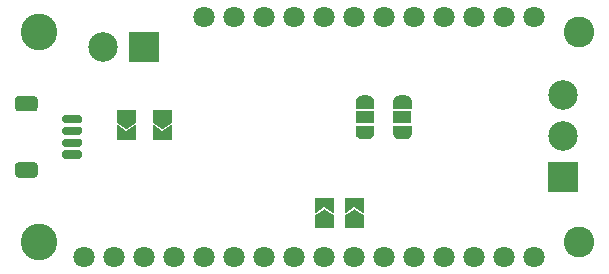
<source format=gbr>
%TF.GenerationSoftware,KiCad,Pcbnew,(5.1.6-0-10_14)*%
%TF.CreationDate,2021-08-04T10:25:44-07:00*%
%TF.ProjectId,Motor_Tester_DRV8830_Wing,4d6f746f-725f-4546-9573-7465725f4452,v00*%
%TF.SameCoordinates,Original*%
%TF.FileFunction,Soldermask,Bot*%
%TF.FilePolarity,Negative*%
%FSLAX46Y46*%
G04 Gerber Fmt 4.6, Leading zero omitted, Abs format (unit mm)*
G04 Created by KiCad (PCBNEW (5.1.6-0-10_14)) date 2021-08-04 10:25:44*
%MOMM*%
%LPD*%
G01*
G04 APERTURE LIST*
%ADD10C,1.801600*%
%ADD11C,2.601600*%
%ADD12C,3.101600*%
%ADD13R,1.601600X1.101600*%
%ADD14C,0.100000*%
%ADD15R,2.501600X2.501600*%
%ADD16C,2.501600*%
G04 APERTURE END LIST*
D10*
%TO.C,M1*%
X133350000Y-97790000D03*
X135890000Y-97790000D03*
X138430000Y-97790000D03*
X140970000Y-97790000D03*
X143510000Y-97790000D03*
X146050000Y-97790000D03*
X148590000Y-97790000D03*
X151130000Y-97790000D03*
X153670000Y-97790000D03*
X156210000Y-97790000D03*
X158750000Y-97790000D03*
X161290000Y-97790000D03*
X163830000Y-97790000D03*
X166370000Y-97790000D03*
X168910000Y-97790000D03*
X171450000Y-97790000D03*
X143510000Y-77470000D03*
X146050000Y-77470000D03*
X148590000Y-77470000D03*
X151130000Y-77470000D03*
X153670000Y-77470000D03*
X156210000Y-77470000D03*
X158750000Y-77470000D03*
X161290000Y-77470000D03*
X163830000Y-77470000D03*
X166370000Y-77470000D03*
X168910000Y-77470000D03*
X171450000Y-77470000D03*
D11*
X175260000Y-78740000D03*
X175260000Y-96520000D03*
D12*
X129540000Y-96520000D03*
X129540000Y-78740000D03*
%TD*%
D13*
%TO.C,JP6*%
X157099000Y-85979000D03*
D14*
G36*
X156298802Y-84672887D02*
G01*
X156298802Y-84654466D01*
X156299047Y-84649486D01*
X156303857Y-84600655D01*
X156304588Y-84595725D01*
X156314160Y-84547600D01*
X156315372Y-84542763D01*
X156329616Y-84495808D01*
X156331295Y-84491115D01*
X156350072Y-84445782D01*
X156352204Y-84441274D01*
X156375335Y-84398001D01*
X156377897Y-84393727D01*
X156405157Y-84352928D01*
X156408127Y-84348923D01*
X156439255Y-84310994D01*
X156442603Y-84307300D01*
X156477300Y-84272603D01*
X156480994Y-84269255D01*
X156518923Y-84238127D01*
X156522928Y-84235157D01*
X156563727Y-84207897D01*
X156568001Y-84205335D01*
X156611274Y-84182204D01*
X156615782Y-84180072D01*
X156661115Y-84161295D01*
X156665808Y-84159616D01*
X156712763Y-84145372D01*
X156717600Y-84144160D01*
X156765725Y-84134588D01*
X156770655Y-84133857D01*
X156819486Y-84129047D01*
X156824466Y-84128802D01*
X156842887Y-84128802D01*
X156849000Y-84128200D01*
X157349000Y-84128200D01*
X157355113Y-84128802D01*
X157373534Y-84128802D01*
X157378514Y-84129047D01*
X157427345Y-84133857D01*
X157432275Y-84134588D01*
X157480400Y-84144160D01*
X157485237Y-84145372D01*
X157532192Y-84159616D01*
X157536885Y-84161295D01*
X157582218Y-84180072D01*
X157586726Y-84182204D01*
X157629999Y-84205335D01*
X157634273Y-84207897D01*
X157675072Y-84235157D01*
X157679077Y-84238127D01*
X157717006Y-84269255D01*
X157720700Y-84272603D01*
X157755397Y-84307300D01*
X157758745Y-84310994D01*
X157789873Y-84348923D01*
X157792843Y-84352928D01*
X157820103Y-84393727D01*
X157822665Y-84398001D01*
X157845796Y-84441274D01*
X157847928Y-84445782D01*
X157866705Y-84491115D01*
X157868384Y-84495808D01*
X157882628Y-84542763D01*
X157883840Y-84547600D01*
X157893412Y-84595725D01*
X157894143Y-84600655D01*
X157898953Y-84649486D01*
X157899198Y-84654466D01*
X157899198Y-84672887D01*
X157899800Y-84679000D01*
X157899800Y-85229000D01*
X157898824Y-85238911D01*
X157895933Y-85248440D01*
X157891239Y-85257223D01*
X157884921Y-85264921D01*
X157877223Y-85271239D01*
X157868440Y-85275933D01*
X157858911Y-85278824D01*
X157849000Y-85279800D01*
X156349000Y-85279800D01*
X156339089Y-85278824D01*
X156329560Y-85275933D01*
X156320777Y-85271239D01*
X156313079Y-85264921D01*
X156306761Y-85257223D01*
X156302067Y-85248440D01*
X156299176Y-85238911D01*
X156298200Y-85229000D01*
X156298200Y-84679000D01*
X156298802Y-84672887D01*
G37*
G36*
X156299176Y-86719089D02*
G01*
X156302067Y-86709560D01*
X156306761Y-86700777D01*
X156313079Y-86693079D01*
X156320777Y-86686761D01*
X156329560Y-86682067D01*
X156339089Y-86679176D01*
X156349000Y-86678200D01*
X157849000Y-86678200D01*
X157858911Y-86679176D01*
X157868440Y-86682067D01*
X157877223Y-86686761D01*
X157884921Y-86693079D01*
X157891239Y-86700777D01*
X157895933Y-86709560D01*
X157898824Y-86719089D01*
X157899800Y-86729000D01*
X157899800Y-87279000D01*
X157899198Y-87285113D01*
X157899198Y-87303534D01*
X157898953Y-87308514D01*
X157894143Y-87357345D01*
X157893412Y-87362275D01*
X157883840Y-87410400D01*
X157882628Y-87415237D01*
X157868384Y-87462192D01*
X157866705Y-87466885D01*
X157847928Y-87512218D01*
X157845796Y-87516726D01*
X157822665Y-87559999D01*
X157820103Y-87564273D01*
X157792843Y-87605072D01*
X157789873Y-87609077D01*
X157758745Y-87647006D01*
X157755397Y-87650700D01*
X157720700Y-87685397D01*
X157717006Y-87688745D01*
X157679077Y-87719873D01*
X157675072Y-87722843D01*
X157634273Y-87750103D01*
X157629999Y-87752665D01*
X157586726Y-87775796D01*
X157582218Y-87777928D01*
X157536885Y-87796705D01*
X157532192Y-87798384D01*
X157485237Y-87812628D01*
X157480400Y-87813840D01*
X157432275Y-87823412D01*
X157427345Y-87824143D01*
X157378514Y-87828953D01*
X157373534Y-87829198D01*
X157355113Y-87829198D01*
X157349000Y-87829800D01*
X156849000Y-87829800D01*
X156842887Y-87829198D01*
X156824466Y-87829198D01*
X156819486Y-87828953D01*
X156770655Y-87824143D01*
X156765725Y-87823412D01*
X156717600Y-87813840D01*
X156712763Y-87812628D01*
X156665808Y-87798384D01*
X156661115Y-87796705D01*
X156615782Y-87777928D01*
X156611274Y-87775796D01*
X156568001Y-87752665D01*
X156563727Y-87750103D01*
X156522928Y-87722843D01*
X156518923Y-87719873D01*
X156480994Y-87688745D01*
X156477300Y-87685397D01*
X156442603Y-87650700D01*
X156439255Y-87647006D01*
X156408127Y-87609077D01*
X156405157Y-87605072D01*
X156377897Y-87564273D01*
X156375335Y-87559999D01*
X156352204Y-87516726D01*
X156350072Y-87512218D01*
X156331295Y-87466885D01*
X156329616Y-87462192D01*
X156315372Y-87415237D01*
X156314160Y-87410400D01*
X156304588Y-87362275D01*
X156303857Y-87357345D01*
X156299047Y-87308514D01*
X156298802Y-87303534D01*
X156298802Y-87285113D01*
X156298200Y-87279000D01*
X156298200Y-86729000D01*
X156299176Y-86719089D01*
G37*
%TD*%
%TO.C,JP4*%
G36*
X159474176Y-86719089D02*
G01*
X159477067Y-86709560D01*
X159481761Y-86700777D01*
X159488079Y-86693079D01*
X159495777Y-86686761D01*
X159504560Y-86682067D01*
X159514089Y-86679176D01*
X159524000Y-86678200D01*
X161024000Y-86678200D01*
X161033911Y-86679176D01*
X161043440Y-86682067D01*
X161052223Y-86686761D01*
X161059921Y-86693079D01*
X161066239Y-86700777D01*
X161070933Y-86709560D01*
X161073824Y-86719089D01*
X161074800Y-86729000D01*
X161074800Y-87279000D01*
X161074198Y-87285113D01*
X161074198Y-87303534D01*
X161073953Y-87308514D01*
X161069143Y-87357345D01*
X161068412Y-87362275D01*
X161058840Y-87410400D01*
X161057628Y-87415237D01*
X161043384Y-87462192D01*
X161041705Y-87466885D01*
X161022928Y-87512218D01*
X161020796Y-87516726D01*
X160997665Y-87559999D01*
X160995103Y-87564273D01*
X160967843Y-87605072D01*
X160964873Y-87609077D01*
X160933745Y-87647006D01*
X160930397Y-87650700D01*
X160895700Y-87685397D01*
X160892006Y-87688745D01*
X160854077Y-87719873D01*
X160850072Y-87722843D01*
X160809273Y-87750103D01*
X160804999Y-87752665D01*
X160761726Y-87775796D01*
X160757218Y-87777928D01*
X160711885Y-87796705D01*
X160707192Y-87798384D01*
X160660237Y-87812628D01*
X160655400Y-87813840D01*
X160607275Y-87823412D01*
X160602345Y-87824143D01*
X160553514Y-87828953D01*
X160548534Y-87829198D01*
X160530113Y-87829198D01*
X160524000Y-87829800D01*
X160024000Y-87829800D01*
X160017887Y-87829198D01*
X159999466Y-87829198D01*
X159994486Y-87828953D01*
X159945655Y-87824143D01*
X159940725Y-87823412D01*
X159892600Y-87813840D01*
X159887763Y-87812628D01*
X159840808Y-87798384D01*
X159836115Y-87796705D01*
X159790782Y-87777928D01*
X159786274Y-87775796D01*
X159743001Y-87752665D01*
X159738727Y-87750103D01*
X159697928Y-87722843D01*
X159693923Y-87719873D01*
X159655994Y-87688745D01*
X159652300Y-87685397D01*
X159617603Y-87650700D01*
X159614255Y-87647006D01*
X159583127Y-87609077D01*
X159580157Y-87605072D01*
X159552897Y-87564273D01*
X159550335Y-87559999D01*
X159527204Y-87516726D01*
X159525072Y-87512218D01*
X159506295Y-87466885D01*
X159504616Y-87462192D01*
X159490372Y-87415237D01*
X159489160Y-87410400D01*
X159479588Y-87362275D01*
X159478857Y-87357345D01*
X159474047Y-87308514D01*
X159473802Y-87303534D01*
X159473802Y-87285113D01*
X159473200Y-87279000D01*
X159473200Y-86729000D01*
X159474176Y-86719089D01*
G37*
G36*
X159473802Y-84672887D02*
G01*
X159473802Y-84654466D01*
X159474047Y-84649486D01*
X159478857Y-84600655D01*
X159479588Y-84595725D01*
X159489160Y-84547600D01*
X159490372Y-84542763D01*
X159504616Y-84495808D01*
X159506295Y-84491115D01*
X159525072Y-84445782D01*
X159527204Y-84441274D01*
X159550335Y-84398001D01*
X159552897Y-84393727D01*
X159580157Y-84352928D01*
X159583127Y-84348923D01*
X159614255Y-84310994D01*
X159617603Y-84307300D01*
X159652300Y-84272603D01*
X159655994Y-84269255D01*
X159693923Y-84238127D01*
X159697928Y-84235157D01*
X159738727Y-84207897D01*
X159743001Y-84205335D01*
X159786274Y-84182204D01*
X159790782Y-84180072D01*
X159836115Y-84161295D01*
X159840808Y-84159616D01*
X159887763Y-84145372D01*
X159892600Y-84144160D01*
X159940725Y-84134588D01*
X159945655Y-84133857D01*
X159994486Y-84129047D01*
X159999466Y-84128802D01*
X160017887Y-84128802D01*
X160024000Y-84128200D01*
X160524000Y-84128200D01*
X160530113Y-84128802D01*
X160548534Y-84128802D01*
X160553514Y-84129047D01*
X160602345Y-84133857D01*
X160607275Y-84134588D01*
X160655400Y-84144160D01*
X160660237Y-84145372D01*
X160707192Y-84159616D01*
X160711885Y-84161295D01*
X160757218Y-84180072D01*
X160761726Y-84182204D01*
X160804999Y-84205335D01*
X160809273Y-84207897D01*
X160850072Y-84235157D01*
X160854077Y-84238127D01*
X160892006Y-84269255D01*
X160895700Y-84272603D01*
X160930397Y-84307300D01*
X160933745Y-84310994D01*
X160964873Y-84348923D01*
X160967843Y-84352928D01*
X160995103Y-84393727D01*
X160997665Y-84398001D01*
X161020796Y-84441274D01*
X161022928Y-84445782D01*
X161041705Y-84491115D01*
X161043384Y-84495808D01*
X161057628Y-84542763D01*
X161058840Y-84547600D01*
X161068412Y-84595725D01*
X161069143Y-84600655D01*
X161073953Y-84649486D01*
X161074198Y-84654466D01*
X161074198Y-84672887D01*
X161074800Y-84679000D01*
X161074800Y-85229000D01*
X161073824Y-85238911D01*
X161070933Y-85248440D01*
X161066239Y-85257223D01*
X161059921Y-85264921D01*
X161052223Y-85271239D01*
X161043440Y-85275933D01*
X161033911Y-85278824D01*
X161024000Y-85279800D01*
X159524000Y-85279800D01*
X159514089Y-85278824D01*
X159504560Y-85275933D01*
X159495777Y-85271239D01*
X159488079Y-85264921D01*
X159481761Y-85257223D01*
X159477067Y-85248440D01*
X159474176Y-85238911D01*
X159473200Y-85229000D01*
X159473200Y-84679000D01*
X159473802Y-84672887D01*
G37*
D13*
X160274000Y-85979000D03*
%TD*%
D15*
%TO.C,J6*%
X173863000Y-91059000D03*
D16*
X173863000Y-87559000D03*
X173863000Y-84059000D03*
%TD*%
D15*
%TO.C,J2*%
X138430000Y-80010000D03*
D16*
X134930000Y-80010000D03*
%TD*%
D14*
%TO.C,JP1*%
G36*
X137705824Y-87848911D02*
G01*
X137702933Y-87858440D01*
X137698239Y-87867223D01*
X137691921Y-87874921D01*
X137684223Y-87881239D01*
X137675440Y-87885933D01*
X137665911Y-87888824D01*
X137656000Y-87889800D01*
X136156000Y-87889800D01*
X136146089Y-87888824D01*
X136136560Y-87885933D01*
X136127777Y-87881239D01*
X136120079Y-87874921D01*
X136113761Y-87867223D01*
X136109067Y-87858440D01*
X136106176Y-87848911D01*
X136105200Y-87839000D01*
X136105200Y-86689000D01*
X136106176Y-86679089D01*
X136109067Y-86669560D01*
X136113761Y-86660777D01*
X136120079Y-86653079D01*
X136127777Y-86646761D01*
X136136560Y-86642067D01*
X136146089Y-86639176D01*
X136156000Y-86638200D01*
X136165911Y-86639176D01*
X136175440Y-86642067D01*
X136184179Y-86646732D01*
X136906000Y-87127946D01*
X137627821Y-86646732D01*
X137636609Y-86642047D01*
X137646142Y-86639166D01*
X137656053Y-86638200D01*
X137665963Y-86639187D01*
X137675489Y-86642087D01*
X137684267Y-86646791D01*
X137691959Y-86653117D01*
X137698268Y-86660821D01*
X137702953Y-86669609D01*
X137705834Y-86679142D01*
X137706800Y-86689000D01*
X137706800Y-87839000D01*
X137705824Y-87848911D01*
G37*
G36*
X137705824Y-86398911D02*
G01*
X137702933Y-86408440D01*
X137698239Y-86417223D01*
X137691921Y-86424921D01*
X137684179Y-86431268D01*
X136934179Y-86931268D01*
X136925391Y-86935953D01*
X136915858Y-86938834D01*
X136905947Y-86939800D01*
X136896037Y-86938813D01*
X136886511Y-86935913D01*
X136877821Y-86931268D01*
X136127821Y-86431268D01*
X136120117Y-86424959D01*
X136113791Y-86417267D01*
X136109087Y-86408489D01*
X136106187Y-86398963D01*
X136105200Y-86389000D01*
X136105200Y-85389000D01*
X136106176Y-85379089D01*
X136109067Y-85369560D01*
X136113761Y-85360777D01*
X136120079Y-85353079D01*
X136127777Y-85346761D01*
X136136560Y-85342067D01*
X136146089Y-85339176D01*
X136156000Y-85338200D01*
X137656000Y-85338200D01*
X137665911Y-85339176D01*
X137675440Y-85342067D01*
X137684223Y-85346761D01*
X137691921Y-85353079D01*
X137698239Y-85360777D01*
X137702933Y-85369560D01*
X137705824Y-85379089D01*
X137706800Y-85389000D01*
X137706800Y-86389000D01*
X137705824Y-86398911D01*
G37*
%TD*%
%TO.C,JP2*%
G36*
X140753824Y-86398911D02*
G01*
X140750933Y-86408440D01*
X140746239Y-86417223D01*
X140739921Y-86424921D01*
X140732179Y-86431268D01*
X139982179Y-86931268D01*
X139973391Y-86935953D01*
X139963858Y-86938834D01*
X139953947Y-86939800D01*
X139944037Y-86938813D01*
X139934511Y-86935913D01*
X139925821Y-86931268D01*
X139175821Y-86431268D01*
X139168117Y-86424959D01*
X139161791Y-86417267D01*
X139157087Y-86408489D01*
X139154187Y-86398963D01*
X139153200Y-86389000D01*
X139153200Y-85389000D01*
X139154176Y-85379089D01*
X139157067Y-85369560D01*
X139161761Y-85360777D01*
X139168079Y-85353079D01*
X139175777Y-85346761D01*
X139184560Y-85342067D01*
X139194089Y-85339176D01*
X139204000Y-85338200D01*
X140704000Y-85338200D01*
X140713911Y-85339176D01*
X140723440Y-85342067D01*
X140732223Y-85346761D01*
X140739921Y-85353079D01*
X140746239Y-85360777D01*
X140750933Y-85369560D01*
X140753824Y-85379089D01*
X140754800Y-85389000D01*
X140754800Y-86389000D01*
X140753824Y-86398911D01*
G37*
G36*
X140753824Y-87848911D02*
G01*
X140750933Y-87858440D01*
X140746239Y-87867223D01*
X140739921Y-87874921D01*
X140732223Y-87881239D01*
X140723440Y-87885933D01*
X140713911Y-87888824D01*
X140704000Y-87889800D01*
X139204000Y-87889800D01*
X139194089Y-87888824D01*
X139184560Y-87885933D01*
X139175777Y-87881239D01*
X139168079Y-87874921D01*
X139161761Y-87867223D01*
X139157067Y-87858440D01*
X139154176Y-87848911D01*
X139153200Y-87839000D01*
X139153200Y-86689000D01*
X139154176Y-86679089D01*
X139157067Y-86669560D01*
X139161761Y-86660777D01*
X139168079Y-86653079D01*
X139175777Y-86646761D01*
X139184560Y-86642067D01*
X139194089Y-86639176D01*
X139204000Y-86638200D01*
X139213911Y-86639176D01*
X139223440Y-86642067D01*
X139232179Y-86646732D01*
X139954000Y-87127946D01*
X140675821Y-86646732D01*
X140684609Y-86642047D01*
X140694142Y-86639166D01*
X140704053Y-86638200D01*
X140713963Y-86639187D01*
X140723489Y-86642087D01*
X140732267Y-86646791D01*
X140739959Y-86653117D01*
X140746268Y-86660821D01*
X140750953Y-86669609D01*
X140753834Y-86679142D01*
X140754800Y-86689000D01*
X140754800Y-87839000D01*
X140753824Y-87848911D01*
G37*
%TD*%
%TO.C,J1*%
G36*
G01*
X132952400Y-89480800D02*
X131651600Y-89480800D01*
G75*
G02*
X131476200Y-89305400I0J175400D01*
G01*
X131476200Y-88954600D01*
G75*
G02*
X131651600Y-88779200I175400J0D01*
G01*
X132952400Y-88779200D01*
G75*
G02*
X133127800Y-88954600I0J-175400D01*
G01*
X133127800Y-89305400D01*
G75*
G02*
X132952400Y-89480800I-175400J0D01*
G01*
G37*
G36*
G01*
X132952400Y-88480800D02*
X131651600Y-88480800D01*
G75*
G02*
X131476200Y-88305400I0J175400D01*
G01*
X131476200Y-87954600D01*
G75*
G02*
X131651600Y-87779200I175400J0D01*
G01*
X132952400Y-87779200D01*
G75*
G02*
X133127800Y-87954600I0J-175400D01*
G01*
X133127800Y-88305400D01*
G75*
G02*
X132952400Y-88480800I-175400J0D01*
G01*
G37*
G36*
G01*
X132952400Y-87480800D02*
X131651600Y-87480800D01*
G75*
G02*
X131476200Y-87305400I0J175400D01*
G01*
X131476200Y-86954600D01*
G75*
G02*
X131651600Y-86779200I175400J0D01*
G01*
X132952400Y-86779200D01*
G75*
G02*
X133127800Y-86954600I0J-175400D01*
G01*
X133127800Y-87305400D01*
G75*
G02*
X132952400Y-87480800I-175400J0D01*
G01*
G37*
G36*
G01*
X132952400Y-86480800D02*
X131651600Y-86480800D01*
G75*
G02*
X131476200Y-86305400I0J175400D01*
G01*
X131476200Y-85954600D01*
G75*
G02*
X131651600Y-85779200I175400J0D01*
G01*
X132952400Y-85779200D01*
G75*
G02*
X133127800Y-85954600I0J-175400D01*
G01*
X133127800Y-86305400D01*
G75*
G02*
X132952400Y-86480800I-175400J0D01*
G01*
G37*
G36*
G01*
X129106634Y-91080800D02*
X127747366Y-91080800D01*
G75*
G02*
X127476200Y-90809634I0J271166D01*
G01*
X127476200Y-90050366D01*
G75*
G02*
X127747366Y-89779200I271166J0D01*
G01*
X129106634Y-89779200D01*
G75*
G02*
X129377800Y-90050366I0J-271166D01*
G01*
X129377800Y-90809634D01*
G75*
G02*
X129106634Y-91080800I-271166J0D01*
G01*
G37*
G36*
G01*
X129106634Y-85480800D02*
X127747366Y-85480800D01*
G75*
G02*
X127476200Y-85209634I0J271166D01*
G01*
X127476200Y-84450366D01*
G75*
G02*
X127747366Y-84179200I271166J0D01*
G01*
X129106634Y-84179200D01*
G75*
G02*
X129377800Y-84450366I0J-271166D01*
G01*
X129377800Y-85209634D01*
G75*
G02*
X129106634Y-85480800I-271166J0D01*
G01*
G37*
%TD*%
%TO.C,JP3*%
G36*
X152870176Y-94322089D02*
G01*
X152873067Y-94312560D01*
X152877761Y-94303777D01*
X152884079Y-94296079D01*
X152891821Y-94289732D01*
X153641821Y-93789732D01*
X153650609Y-93785047D01*
X153660142Y-93782166D01*
X153670053Y-93781200D01*
X153679963Y-93782187D01*
X153689489Y-93785087D01*
X153698179Y-93789732D01*
X154448179Y-94289732D01*
X154455883Y-94296041D01*
X154462209Y-94303733D01*
X154466913Y-94312511D01*
X154469813Y-94322037D01*
X154470800Y-94332000D01*
X154470800Y-95332000D01*
X154469824Y-95341911D01*
X154466933Y-95351440D01*
X154462239Y-95360223D01*
X154455921Y-95367921D01*
X154448223Y-95374239D01*
X154439440Y-95378933D01*
X154429911Y-95381824D01*
X154420000Y-95382800D01*
X152920000Y-95382800D01*
X152910089Y-95381824D01*
X152900560Y-95378933D01*
X152891777Y-95374239D01*
X152884079Y-95367921D01*
X152877761Y-95360223D01*
X152873067Y-95351440D01*
X152870176Y-95341911D01*
X152869200Y-95332000D01*
X152869200Y-94332000D01*
X152870176Y-94322089D01*
G37*
G36*
X152870176Y-92872089D02*
G01*
X152873067Y-92862560D01*
X152877761Y-92853777D01*
X152884079Y-92846079D01*
X152891777Y-92839761D01*
X152900560Y-92835067D01*
X152910089Y-92832176D01*
X152920000Y-92831200D01*
X154420000Y-92831200D01*
X154429911Y-92832176D01*
X154439440Y-92835067D01*
X154448223Y-92839761D01*
X154455921Y-92846079D01*
X154462239Y-92853777D01*
X154466933Y-92862560D01*
X154469824Y-92872089D01*
X154470800Y-92882000D01*
X154470800Y-94032000D01*
X154469824Y-94041911D01*
X154466933Y-94051440D01*
X154462239Y-94060223D01*
X154455921Y-94067921D01*
X154448223Y-94074239D01*
X154439440Y-94078933D01*
X154429911Y-94081824D01*
X154420000Y-94082800D01*
X154410089Y-94081824D01*
X154400560Y-94078933D01*
X154391821Y-94074268D01*
X153670000Y-93593054D01*
X152948179Y-94074268D01*
X152939391Y-94078953D01*
X152929858Y-94081834D01*
X152919947Y-94082800D01*
X152910037Y-94081813D01*
X152900511Y-94078913D01*
X152891733Y-94074209D01*
X152884041Y-94067883D01*
X152877732Y-94060179D01*
X152873047Y-94051391D01*
X152870166Y-94041858D01*
X152869200Y-94032000D01*
X152869200Y-92882000D01*
X152870176Y-92872089D01*
G37*
%TD*%
%TO.C,JP5*%
G36*
X155410176Y-92872089D02*
G01*
X155413067Y-92862560D01*
X155417761Y-92853777D01*
X155424079Y-92846079D01*
X155431777Y-92839761D01*
X155440560Y-92835067D01*
X155450089Y-92832176D01*
X155460000Y-92831200D01*
X156960000Y-92831200D01*
X156969911Y-92832176D01*
X156979440Y-92835067D01*
X156988223Y-92839761D01*
X156995921Y-92846079D01*
X157002239Y-92853777D01*
X157006933Y-92862560D01*
X157009824Y-92872089D01*
X157010800Y-92882000D01*
X157010800Y-94032000D01*
X157009824Y-94041911D01*
X157006933Y-94051440D01*
X157002239Y-94060223D01*
X156995921Y-94067921D01*
X156988223Y-94074239D01*
X156979440Y-94078933D01*
X156969911Y-94081824D01*
X156960000Y-94082800D01*
X156950089Y-94081824D01*
X156940560Y-94078933D01*
X156931821Y-94074268D01*
X156210000Y-93593054D01*
X155488179Y-94074268D01*
X155479391Y-94078953D01*
X155469858Y-94081834D01*
X155459947Y-94082800D01*
X155450037Y-94081813D01*
X155440511Y-94078913D01*
X155431733Y-94074209D01*
X155424041Y-94067883D01*
X155417732Y-94060179D01*
X155413047Y-94051391D01*
X155410166Y-94041858D01*
X155409200Y-94032000D01*
X155409200Y-92882000D01*
X155410176Y-92872089D01*
G37*
G36*
X155410176Y-94322089D02*
G01*
X155413067Y-94312560D01*
X155417761Y-94303777D01*
X155424079Y-94296079D01*
X155431821Y-94289732D01*
X156181821Y-93789732D01*
X156190609Y-93785047D01*
X156200142Y-93782166D01*
X156210053Y-93781200D01*
X156219963Y-93782187D01*
X156229489Y-93785087D01*
X156238179Y-93789732D01*
X156988179Y-94289732D01*
X156995883Y-94296041D01*
X157002209Y-94303733D01*
X157006913Y-94312511D01*
X157009813Y-94322037D01*
X157010800Y-94332000D01*
X157010800Y-95332000D01*
X157009824Y-95341911D01*
X157006933Y-95351440D01*
X157002239Y-95360223D01*
X156995921Y-95367921D01*
X156988223Y-95374239D01*
X156979440Y-95378933D01*
X156969911Y-95381824D01*
X156960000Y-95382800D01*
X155460000Y-95382800D01*
X155450089Y-95381824D01*
X155440560Y-95378933D01*
X155431777Y-95374239D01*
X155424079Y-95367921D01*
X155417761Y-95360223D01*
X155413067Y-95351440D01*
X155410176Y-95341911D01*
X155409200Y-95332000D01*
X155409200Y-94332000D01*
X155410176Y-94322089D01*
G37*
%TD*%
M02*

</source>
